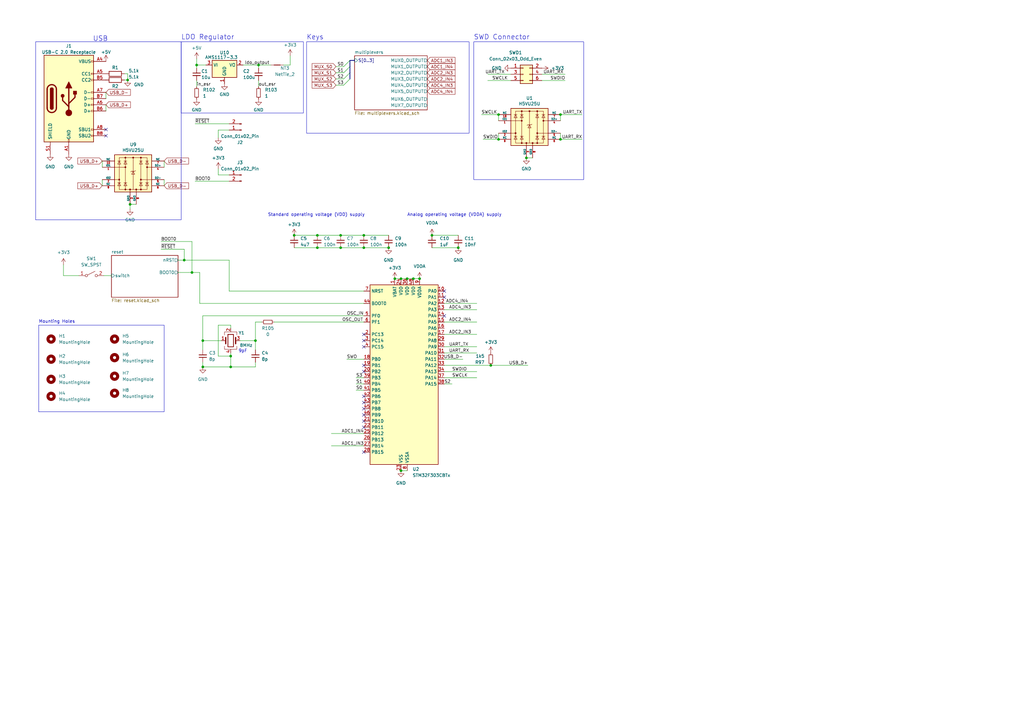
<source format=kicad_sch>
(kicad_sch (version 20231120) (generator "eeschema") (generator_version "8.0")
  (paper "A3")
  (lib_symbols
    (symbol "+3V3_1" (power) (pin_numbers hide) (pin_names (offset 0) hide)
      (property "Value" "+3V3" (at 0 3.556 0))
      (symbol "+3V3_1_0_1"
        (polyline (pts (xy -0.762 1.27) (xy 0 2.54)))
        (polyline (pts (xy 0 0) (xy 0 2.54)))
        (polyline (pts (xy 0 2.54) (xy 0.762 1.27)))
      )
      (symbol "+3V3_1_1_1"
        (pin power_in line (at 0 0 90) (length 0) (name "~") (number "1"))
      )
    )
    (symbol "Connector:Conn_01x02_Pin" (pin_names (offset 1.016) hide)
      (property "Reference" "J" (at 0 2.54 0))
      (property "Value" "Conn_01x02_Pin" (at 0 -5.08 0))
      (symbol "Conn_01x02_Pin_1_1"
        (polyline (pts (xy 1.27 -2.54) (xy 0.8636 -2.54)) (stroke (width 0.1524)))
        (polyline (pts (xy 1.27 0) (xy 0.8636 0)) (stroke (width 0.1524)))
        (rectangle (start 0.8636 -2.413) (end 0 -2.667) (stroke (width 0.1524)) (fill (type outline)))
        (rectangle (start 0.8636 0.127) (end 0 -0.127) (stroke (width 0.1524)) (fill (type outline)))
        (pin passive line (at 5.08 0 180) (length 3.81) (name "Pin_1") (number "1"))
        (pin passive line (at 5.08 -2.54 180) (length 3.81) (name "Pin_2") (number "2"))
      )
    )
    (symbol "Connector:USB_C_Receptacle_USB2.0" (pin_names (offset 1.016))
      (property "Reference" "J" (at -10.16 19.05 0))
      (property "Value" "USB_C_Receptacle_USB2.0" (at 19.05 19.05 0))
      (symbol "USB_C_Receptacle_USB2.0_0_0"
        (rectangle (start -0.254 -17.78) (end 0.254 -16.764))
        (rectangle (start 10.16 -14.986) (end 9.144 -15.494))
        (rectangle (start 10.16 -12.446) (end 9.144 -12.954))
        (rectangle (start 10.16 -4.826) (end 9.144 -5.334))
        (rectangle (start 10.16 -2.286) (end 9.144 -2.794))
        (rectangle (start 10.16 0.254) (end 9.144 -0.254))
        (rectangle (start 10.16 2.794) (end 9.144 2.286))
        (rectangle (start 10.16 7.874) (end 9.144 7.366))
        (rectangle (start 10.16 10.414) (end 9.144 9.906))
        (rectangle (start 10.16 15.494) (end 9.144 14.986))
      )
      (symbol "USB_C_Receptacle_USB2.0_0_1"
        (rectangle (start -10.16 17.78) (end 10.16 -17.78) (stroke (width 0.254)) (fill (type background)))
        (arc (start -8.89 -3.81) (mid -6.985 -5.7067) (end -5.08 -3.81) (stroke (width 0.508)))
        (arc (start -7.62 -3.81) (mid -6.985 -4.4423) (end -6.35 -3.81) (stroke (width 0.254)))
        (arc (start -7.62 -3.81) (mid -6.985 -4.4423) (end -6.35 -3.81) (stroke (width 0.254)) (fill (type outline)))
        (rectangle (start -7.62 -3.81) (end -6.35 3.81) (stroke (width 0.254)) (fill (type outline)))
        (arc (start -6.35 3.81) (mid -6.985 4.4423) (end -7.62 3.81) (stroke (width 0.254)))
        (arc (start -6.35 3.81) (mid -6.985 4.4423) (end -7.62 3.81) (stroke (width 0.254)) (fill (type outline)))
        (arc (start -5.08 3.81) (mid -6.985 5.7067) (end -8.89 3.81) (stroke (width 0.508)))
        (circle (center -2.54 1.143) (radius 0.635) (stroke (width 0.254)) (fill (type outline)))
        (circle (center 0 -5.842) (radius 1.27) (fill (type outline)))
        (polyline (pts (xy -8.89 -3.81) (xy -8.89 3.81)) (stroke (width 0.508)))
        (polyline (pts (xy -5.08 3.81) (xy -5.08 -3.81)) (stroke (width 0.508)))
        (polyline (pts (xy 0 -5.842) (xy 0 4.318)) (stroke (width 0.508)))
        (polyline (pts (xy 0 -3.302) (xy -2.54 -0.762) (xy -2.54 0.508)) (stroke (width 0.508)))
        (polyline (pts (xy 0 -2.032) (xy 2.54 0.508) (xy 2.54 1.778)) (stroke (width 0.508)))
        (polyline (pts (xy -1.27 4.318) (xy 0 6.858) (xy 1.27 4.318) (xy -1.27 4.318)) (stroke (width 0.254)) (fill (type outline)))
        (rectangle (start 1.905 1.778) (end 3.175 3.048) (stroke (width 0.254)) (fill (type outline)))
      )
      (symbol "USB_C_Receptacle_USB2.0_1_1"
        (pin passive line (at 0 -22.86 90) (length 5.08) (name "GND") (number "A1"))
        (pin passive line (at 0 -22.86 90) (length 5.08) hide (name "GND") (number "A12"))
        (pin passive line (at 15.24 15.24 180) (length 5.08) (name "VBUS") (number "A4"))
        (pin bidirectional line (at 15.24 10.16 180) (length 5.08) (name "CC1") (number "A5"))
        (pin bidirectional line (at 15.24 -2.54 180) (length 5.08) (name "D+") (number "A6"))
        (pin bidirectional line (at 15.24 2.54 180) (length 5.08) (name "D-") (number "A7"))
        (pin bidirectional line (at 15.24 -12.7 180) (length 5.08) (name "SBU1") (number "A8"))
        (pin passive line (at 15.24 15.24 180) (length 5.08) hide (name "VBUS") (number "A9"))
        (pin passive line (at 0 -22.86 90) (length 5.08) hide (name "GND") (number "B1"))
        (pin passive line (at 0 -22.86 90) (length 5.08) hide (name "GND") (number "B12"))
        (pin passive line (at 15.24 15.24 180) (length 5.08) hide (name "VBUS") (number "B4"))
        (pin bidirectional line (at 15.24 7.62 180) (length 5.08) (name "CC2") (number "B5"))
        (pin bidirectional line (at 15.24 -5.08 180) (length 5.08) (name "D+") (number "B6"))
        (pin bidirectional line (at 15.24 0 180) (length 5.08) (name "D-") (number "B7"))
        (pin bidirectional line (at 15.24 -15.24 180) (length 5.08) (name "SBU2") (number "B8"))
        (pin passive line (at 15.24 15.24 180) (length 5.08) hide (name "VBUS") (number "B9"))
        (pin passive line (at -7.62 -22.86 90) (length 5.08) (name "SHIELD") (number "S1"))
      )
    )
    (symbol "Connector_Generic:Conn_02x03_Odd_Even" (pin_names (offset 1.016) hide)
      (property "Reference" "J" (at 1.27 5.08 0))
      (property "Value" "Conn_02x03_Odd_Even" (at 1.27 -5.08 0))
      (symbol "Conn_02x03_Odd_Even_1_1"
        (rectangle (start -1.27 -2.413) (end 0 -2.667) (stroke (width 0.1524)))
        (rectangle (start -1.27 0.127) (end 0 -0.127) (stroke (width 0.1524)))
        (rectangle (start -1.27 2.667) (end 0 2.413) (stroke (width 0.1524)))
        (rectangle (start -1.27 3.81) (end 3.81 -3.81) (stroke (width 0.254)) (fill (type background)))
        (rectangle (start 3.81 -2.413) (end 2.54 -2.667) (stroke (width 0.1524)))
        (rectangle (start 3.81 0.127) (end 2.54 -0.127) (stroke (width 0.1524)))
        (rectangle (start 3.81 2.667) (end 2.54 2.413) (stroke (width 0.1524)))
        (pin passive line (at -5.08 2.54 0) (length 3.81) (name "Pin_1") (number "1"))
        (pin passive line (at 7.62 2.54 180) (length 3.81) (name "Pin_2") (number "2"))
        (pin passive line (at -5.08 0 0) (length 3.81) (name "Pin_3") (number "3"))
        (pin passive line (at 7.62 0 180) (length 3.81) (name "Pin_4") (number "4"))
        (pin passive line (at -5.08 -2.54 0) (length 3.81) (name "Pin_5") (number "5"))
        (pin passive line (at 7.62 -2.54 180) (length 3.81) (name "Pin_6") (number "6"))
      )
    )
    (symbol "Device:C_Small" (pin_numbers hide) (pin_names (offset 0.254) hide)
      (property "Reference" "C" (at 0.254 1.778 0))
      (property "Value" "C_Small" (at 0.254 -2.032 0))
      (symbol "C_Small_0_1"
        (polyline (pts (xy -1.524 -0.508) (xy 1.524 -0.508)) (stroke (width 0.3302)))
        (polyline (pts (xy -1.524 0.508) (xy 1.524 0.508)) (stroke (width 0.3048)))
      )
      (symbol "C_Small_1_1"
        (pin passive line (at 0 2.54 270) (length 2.032) (name "~") (number "1"))
        (pin passive line (at 0 -2.54 90) (length 2.032) (name "~") (number "2"))
      )
    )
    (symbol "Device:Crystal_GND24" (pin_names (offset 1.016) hide)
      (property "Reference" "Y" (at 3.175 5.08 0))
      (property "Value" "Crystal_GND24" (at 3.175 3.175 0))
      (symbol "Crystal_GND24_0_1"
        (rectangle (start -1.143 2.54) (end 1.143 -2.54) (stroke (width 0.3048)))
        (polyline (pts (xy -2.54 0) (xy -2.032 0)))
        (polyline (pts (xy -2.032 -1.27) (xy -2.032 1.27)) (stroke (width 0.508)))
        (polyline (pts (xy 0 -3.81) (xy 0 -3.556)))
        (polyline (pts (xy 0 3.556) (xy 0 3.81)))
        (polyline (pts (xy 2.032 -1.27) (xy 2.032 1.27)) (stroke (width 0.508)))
        (polyline (pts (xy 2.032 0) (xy 2.54 0)))
        (polyline (pts (xy -2.54 -2.286) (xy -2.54 -3.556) (xy 2.54 -3.556) (xy 2.54 -2.286)))
        (polyline (pts (xy -2.54 2.286) (xy -2.54 3.556) (xy 2.54 3.556) (xy 2.54 2.286)))
      )
      (symbol "Crystal_GND24_1_1"
        (pin passive line (at -3.81 0 0) (length 1.27) (name "1") (number "1"))
        (pin passive line (at 0 5.08 270) (length 1.27) (name "2") (number "2"))
        (pin passive line (at 3.81 0 180) (length 1.27) (name "3") (number "3"))
        (pin passive line (at 0 -5.08 90) (length 1.27) (name "4") (number "4"))
      )
    )
    (symbol "Device:NetTie_2" (pin_numbers hide) (pin_names (offset 0) hide) (in_bom no)
      (property "Reference" "NT" (at 0 1.27 0))
      (property "Value" "NetTie_2" (at 0 -1.27 0))
      (symbol "NetTie_2_0_1"
        (polyline (pts (xy -1.27 0) (xy 1.27 0)) (stroke (width 0.254)))
      )
      (symbol "NetTie_2_1_1"
        (pin passive line (at -2.54 0 0) (length 2.54) (name "1") (number "1"))
        (pin passive line (at 2.54 0 180) (length 2.54) (name "2") (number "2"))
      )
    )
    (symbol "Device:R" (pin_numbers hide) (pin_names (offset 0))
      (property "Reference" "R" (at 2.032 0 90))
      (property "Value" "R" (at 0 0 90))
      (symbol "R_0_1"
        (rectangle (start -1.016 -2.54) (end 1.016 2.54) (stroke (width 0.254)))
      )
      (symbol "R_1_1"
        (pin passive line (at 0 3.81 270) (length 1.27) (name "~") (number "1"))
        (pin passive line (at 0 -3.81 90) (length 1.27) (name "~") (number "2"))
      )
    )
    (symbol "Device:R_Small" (pin_numbers hide) (pin_names (offset 0.254) hide)
      (property "Reference" "R" (at 0.762 0.508 0))
      (property "Value" "R_Small" (at 0.762 -1.016 0))
      (symbol "R_Small_0_1"
        (rectangle (start -0.762 1.778) (end 0.762 -1.778) (stroke (width 0.2032)))
      )
      (symbol "R_Small_1_1"
        (pin passive line (at 0 2.54 270) (length 0.762) (name "~") (number "1"))
        (pin passive line (at 0 -2.54 90) (length 0.762) (name "~") (number "2"))
      )
    )
    (symbol "MCU_ST_STM32F3:STM32F303CBTx"
      (property "Reference" "U" (at -12.7 39.37 0))
      (property "Value" "STM32F303CBTx" (at 10.16 39.37 0))
      (symbol "STM32F303CBTx_0_1"
        (rectangle (start -12.7 -35.56) (end 15.24 38.1) (stroke (width 0.254)) (fill (type background)))
      )
      (symbol "STM32F303CBTx_1_1"
        (pin power_in line (at -2.54 40.64 270) (length 2.54) (name "VBAT") (number "1"))
        (pin bidirectional line (at 17.78 35.56 180) (length 2.54) (name "PA0") (number "10"))
        (pin bidirectional line (at 17.78 33.02 180) (length 2.54) (name "PA1") (number "11"))
        (pin bidirectional line (at 17.78 30.48 180) (length 2.54) (name "PA2") (number "12"))
        (pin bidirectional line (at 17.78 27.94 180) (length 2.54) (name "PA3") (number "13"))
        (pin bidirectional line (at 17.78 25.4 180) (length 2.54) (name "PA4") (number "14"))
        (pin bidirectional line (at 17.78 22.86 180) (length 2.54) (name "PA5") (number "15"))
        (pin bidirectional line (at 17.78 20.32 180) (length 2.54) (name "PA6") (number "16"))
        (pin bidirectional line (at 17.78 17.78 180) (length 2.54) (name "PA7") (number "17"))
        (pin bidirectional line (at -15.24 7.62 0) (length 2.54) (name "PB0") (number "18"))
        (pin bidirectional line (at -15.24 5.08 0) (length 2.54) (name "PB1") (number "19"))
        (pin bidirectional line (at -15.24 17.78 0) (length 2.54) (name "PC13") (number "2"))
        (pin bidirectional line (at -15.24 2.54 0) (length 2.54) (name "PB2") (number "20"))
        (pin bidirectional line (at -15.24 -17.78 0) (length 2.54) (name "PB10") (number "21"))
        (pin bidirectional line (at -15.24 -20.32 0) (length 2.54) (name "PB11") (number "22"))
        (pin power_in line (at 0 -38.1 90) (length 2.54) (name "VSS") (number "23"))
        (pin power_in line (at 0 40.64 270) (length 2.54) (name "VDD") (number "24"))
        (pin bidirectional line (at -15.24 -22.86 0) (length 2.54) (name "PB12") (number "25"))
        (pin bidirectional line (at -15.24 -25.4 0) (length 2.54) (name "PB13") (number "26"))
        (pin bidirectional line (at -15.24 -27.94 0) (length 2.54) (name "PB14") (number "27"))
        (pin bidirectional line (at -15.24 -30.48 0) (length 2.54) (name "PB15") (number "28"))
        (pin bidirectional line (at 17.78 15.24 180) (length 2.54) (name "PA8") (number "29"))
        (pin bidirectional line (at -15.24 15.24 0) (length 2.54) (name "PC14") (number "3"))
        (pin bidirectional line (at 17.78 12.7 180) (length 2.54) (name "PA9") (number "30"))
        (pin bidirectional line (at 17.78 10.16 180) (length 2.54) (name "PA10") (number "31"))
        (pin bidirectional line (at 17.78 7.62 180) (length 2.54) (name "PA11") (number "32"))
        (pin bidirectional line (at 17.78 5.08 180) (length 2.54) (name "PA12") (number "33"))
        (pin bidirectional line (at 17.78 2.54 180) (length 2.54) (name "PA13") (number "34"))
        (pin passive line (at 0 -38.1 90) (length 2.54) hide (name "VSS") (number "35"))
        (pin power_in line (at 2.54 40.64 270) (length 2.54) (name "VDD") (number "36"))
        (pin bidirectional line (at 17.78 0 180) (length 2.54) (name "PA14") (number "37"))
        (pin bidirectional line (at 17.78 -2.54 180) (length 2.54) (name "PA15") (number "38"))
        (pin bidirectional line (at -15.24 0 0) (length 2.54) (name "PB3") (number "39"))
        (pin bidirectional line (at -15.24 12.7 0) (length 2.54) (name "PC15") (number "4"))
        (pin bidirectional line (at -15.24 -2.54 0) (length 2.54) (name "PB4") (number "40"))
        (pin bidirectional line (at -15.24 -5.08 0) (length 2.54) (name "PB5") (number "41"))
        (pin bidirectional line (at -15.24 -7.62 0) (length 2.54) (name "PB6") (number "42"))
        (pin bidirectional line (at -15.24 -10.16 0) (length 2.54) (name "PB7") (number "43"))
        (pin input line (at -15.24 30.48 0) (length 2.54) (name "BOOT0") (number "44"))
        (pin bidirectional line (at -15.24 -12.7 0) (length 2.54) (name "PB8") (number "45"))
        (pin bidirectional line (at -15.24 -15.24 0) (length 2.54) (name "PB9") (number "46"))
        (pin passive line (at 0 -38.1 90) (length 2.54) hide (name "VSS") (number "47"))
        (pin power_in line (at 5.08 40.64 270) (length 2.54) (name "VDD") (number "48"))
        (pin bidirectional line (at -15.24 25.4 0) (length 2.54) (name "PF0") (number "5"))
        (pin bidirectional line (at -15.24 22.86 0) (length 2.54) (name "PF1") (number "6"))
        (pin input line (at -15.24 35.56 0) (length 2.54) (name "NRST") (number "7"))
        (pin power_in line (at 2.54 -38.1 90) (length 2.54) (name "VSSA") (number "8"))
        (pin power_in line (at 7.62 40.64 270) (length 2.54) (name "VDDA") (number "9"))
      )
    )
    (symbol "Mechanical:MountingHole" (pin_names (offset 1.016))
      (property "Reference" "H" (at 0 5.08 0))
      (property "Value" "MountingHole" (at 0 3.175 0))
      (symbol "MountingHole_0_1"
        (circle (center 0 0) (radius 1.27) (stroke (width 1.27)))
      )
    )
    (symbol "Regulator_Linear:AMS1117-3.3"
      (property "Reference" "U" (at -3.81 3.175 0))
      (property "Value" "AMS1117-3.3" (at 0 3.175 0))
      (symbol "AMS1117-3.3_0_1"
        (rectangle (start -5.08 -5.08) (end 5.08 1.905) (stroke (width 0.254)) (fill (type background)))
      )
      (symbol "AMS1117-3.3_1_1"
        (pin power_in line (at 0 -7.62 90) (length 2.54) (name "GND") (number "1"))
        (pin power_out line (at 7.62 0 180) (length 2.54) (name "VO") (number "2"))
        (pin power_in line (at -7.62 0 0) (length 2.54) (name "VI") (number "3"))
      )
    )
    (symbol "Switch:SW_SPST" (pin_names (offset 0) hide)
      (property "Reference" "SW" (at 0 3.175 0))
      (property "Value" "SW_SPST" (at 0 -2.54 0))
      (symbol "SW_SPST_0_0"
        (circle (center -2.032 0) (radius 0.508))
        (polyline (pts (xy -1.524 0.254) (xy 1.524 1.778)))
        (circle (center 2.032 0) (radius 0.508))
      )
      (symbol "SW_SPST_1_1"
        (pin passive line (at -5.08 0 0) (length 2.54) (name "A") (number "1"))
        (pin passive line (at 5.08 0 180) (length 2.54) (name "B") (number "2"))
      )
    )
    (symbol "Unified-Daughterboard-rescue:TPD4E05U06DQAR-acheronSymbols" (pin_names (offset 0))
      (property "Reference" "U" (at 0 12.7 0))
      (property "Value" "TPD4E05U06DQAR-acheronSymbols" (at 0 10.16 0))
      (symbol "TPD4E05U06DQAR-acheronSymbols_0_0"
        (rectangle (start -5.715 6.477) (end 5.715 -6.604))
        (polyline (pts (xy -3.175 -6.604) (xy -3.175 6.477)))
        (polyline (pts (xy 0 6.477) (xy 0 -6.604)))
        (polyline (pts (xy 3.175 6.477) (xy 3.175 -6.604)))
      )
      (symbol "TPD4E05U06DQAR-acheronSymbols_0_1"
        (rectangle (start -7.62 7.62) (end 7.62 -7.62) (stroke (width 0.254)) (fill (type background)))
        (circle (center -5.715 -2.54) (radius 0.2794) (fill (type outline)))
        (circle (center -3.175 -6.604) (radius 0.2794) (fill (type outline)))
        (circle (center -3.175 2.54) (radius 0.2794) (fill (type outline)))
        (circle (center -3.175 6.477) (radius 0.2794) (fill (type outline)))
        (circle (center -1.27 -6.604) (radius 0.2794) (fill (type outline)))
        (polyline (pts (xy -7.747 2.54) (xy -3.175 2.54)))
        (polyline (pts (xy -7.62 -2.54) (xy -5.715 -2.54)))
        (polyline (pts (xy -5.08 -3.81) (xy -6.35 -3.81)))
        (polyline (pts (xy -5.08 5.08) (xy -6.35 5.08)))
        (polyline (pts (xy -2.54 -3.81) (xy -3.81 -3.81)))
        (polyline (pts (xy -2.54 5.08) (xy -3.81 5.08)))
        (polyline (pts (xy -1.27 -6.604) (xy -1.27 -7.62)))
        (polyline (pts (xy -0.635 0.889) (xy -1.016 0.635)))
        (polyline (pts (xy 0.635 0.889) (xy -0.635 0.889)))
        (polyline (pts (xy 0.635 0.889) (xy 1.016 1.143)))
        (polyline (pts (xy 3.81 -3.81) (xy 2.54 -3.81)))
        (polyline (pts (xy 3.81 5.08) (xy 2.54 5.08)))
        (polyline (pts (xy 6.35 -3.81) (xy 5.08 -3.81)))
        (polyline (pts (xy 6.35 5.08) (xy 5.08 5.08)))
        (polyline (pts (xy 7.62 -2.54) (xy 3.175 -2.54)))
        (polyline (pts (xy 7.62 2.54) (xy 5.715 2.54)))
        (polyline (pts (xy -5.08 -5.08) (xy -6.35 -5.08) (xy -5.715 -3.81) (xy -5.08 -5.08)))
        (polyline (pts (xy -5.08 3.81) (xy -6.35 3.81) (xy -5.715 5.08) (xy -5.08 3.81)))
        (polyline (pts (xy -2.54 -5.08) (xy -3.81 -5.08) (xy -3.175 -3.81) (xy -2.54 -5.08)))
        (polyline (pts (xy -2.54 3.81) (xy -3.81 3.81) (xy -3.175 5.08) (xy -2.54 3.81)))
        (polyline (pts (xy 0.635 -0.381) (xy -0.635 -0.381) (xy 0 0.889) (xy 0.635 -0.381)))
        (polyline (pts (xy 3.81 -5.08) (xy 2.54 -5.08) (xy 3.175 -3.81) (xy 3.81 -5.08)))
        (polyline (pts (xy 3.81 3.81) (xy 2.54 3.81) (xy 3.175 5.08) (xy 3.81 3.81)))
        (polyline (pts (xy 6.35 -5.08) (xy 5.08 -5.08) (xy 5.715 -3.81) (xy 6.35 -5.08)))
        (polyline (pts (xy 6.35 3.81) (xy 5.08 3.81) (xy 5.715 5.08) (xy 6.35 3.81)))
        (circle (center 0 6.477) (radius 0.2794) (fill (type outline)))
        (circle (center 3.175 -6.604) (radius 0.2794) (fill (type outline)))
        (circle (center 3.175 -2.54) (radius 0.2794) (fill (type outline)))
        (circle (center 3.175 6.477) (radius 0.2794) (fill (type outline)))
        (circle (center 5.715 2.54) (radius 0.2794) (fill (type outline)))
      )
      (symbol "TPD4E05U06DQAR-acheronSymbols_1_1"
        (polyline (pts (xy 1.27 -6.604) (xy 1.27 -7.62)))
        (circle (center 1.27 -6.604) (radius 0.2794) (fill (type outline)))
        (pin bidirectional line (at -12.7 2.54 0) (length 5.08) (name "IO1") (number "1"))
        (pin bidirectional line (at -12.7 5.08 0) (length 5.08) (name "NC") (number "10"))
        (pin bidirectional line (at -12.7 -2.54 0) (length 5.08) (name "IO2") (number "2"))
        (pin power_in line (at -1.27 -12.7 90) (length 5.08) (name "GND") (number "3"))
        (pin bidirectional line (at 12.7 2.54 180) (length 5.08) (name "D2+") (number "4"))
        (pin bidirectional line (at 12.7 -2.54 180) (length 5.08) (name "D2-") (number "5"))
        (pin bidirectional line (at 12.7 -5.08 180) (length 5.08) (name "NC") (number "6"))
        (pin bidirectional line (at 12.7 5.08 180) (length 5.08) (name "NC") (number "7"))
        (pin power_in line (at 1.27 -12.7 90) (length 5.08) (name "GND") (number "8"))
        (pin bidirectional line (at -12.7 -5.08 0) (length 5.08) (name "NC") (number "9"))
      )
    )
    (symbol "power:+3V3" (power) (pin_names (offset 0))
      (property "Value" "+3V3" (at 0 3.556 0))
      (symbol "+3V3_0_1"
        (polyline (pts (xy -0.762 1.27) (xy 0 2.54)))
        (polyline (pts (xy 0 0) (xy 0 2.54)))
        (polyline (pts (xy 0 2.54) (xy 0.762 1.27)))
      )
      (symbol "+3V3_1_1"
        (pin power_in line (at 0 0 90) (length 0) hide (name "+3V3") (number "1"))
      )
    )
    (symbol "power:+5V" (power) (pin_names (offset 0))
      (property "Value" "+5V" (at 0 3.556 0))
      (symbol "+5V_0_1"
        (polyline (pts (xy -0.762 1.27) (xy 0 2.54)))
        (polyline (pts (xy 0 0) (xy 0 2.54)))
        (polyline (pts (xy 0 2.54) (xy 0.762 1.27)))
      )
      (symbol "+5V_1_1"
        (pin power_in line (at 0 0 90) (length 0) hide (name "+5V") (number "1"))
      )
    )
    (symbol "power:GND" (power) (pin_names (offset 0))
      (property "Value" "GND" (at 0 -3.81 0))
      (symbol "GND_0_1"
        (polyline (pts (xy 0 0) (xy 0 -1.27) (xy 1.27 -1.27) (xy 0 -2.54) (xy -1.27 -1.27) (xy 0 -1.27)))
      )
      (symbol "GND_1_1"
        (pin power_in line (at 0 0 270) (length 0) hide (name "GND") (number "1"))
      )
    )
    (symbol "power:VDDA" (power) (pin_names (offset 0))
      (property "Value" "VDDA" (at 0 3.81 0))
      (symbol "VDDA_0_1"
        (polyline (pts (xy -0.762 1.27) (xy 0 2.54)))
        (polyline (pts (xy 0 0) (xy 0 2.54)))
        (polyline (pts (xy 0 2.54) (xy 0.762 1.27)))
      )
      (symbol "VDDA_1_1"
        (pin power_in line (at 0 0 90) (length 0) hide (name "VDDA") (number "1"))
      )
    )
  )
  (junction (at 75.565 106.68))
  (junction (at 80.645 26.67))
  (junction (at 94.615 146.05))
  (junction (at 139.7 96.52))
  (junction (at 204.47 46.99))
  (junction (at 215.9 64.77))
  (junction (at 164.465 193.04))
  (junction (at 78.74 111.76))
  (junction (at 164.465 114.3))
  (junction (at 169.545 114.3))
  (junction (at 130.175 96.52))
  (junction (at 139.7 101.6))
  (junction (at 229.87 46.99))
  (junction (at 161.925 114.3))
  (junction (at 204.47 57.15))
  (junction (at 172.085 114.3))
  (junction (at 149.225 101.6))
  (junction (at 104.775 139.7))
  (junction (at 159.385 101.6))
  (junction (at 106.045 26.67))
  (junction (at 187.96 101.6))
  (junction (at 53.34 83.82))
  (junction (at 83.185 139.7))
  (junction (at 177.165 96.52))
  (junction (at 130.175 101.6))
  (junction (at 201.295 149.86))
  (junction (at 167.005 114.3))
  (junction (at 229.87 57.15))
  (junction (at 52.3494 32.8168))
  (junction (at 149.225 96.52))
  (junction (at 120.65 96.52))
  (junction (at 83.185 150.495))
  (junction (at 94.615 150.495))
  (no_connect (at 149.225 139.7))
  (no_connect (at 149.225 137.16))
  (no_connect (at 149.225 185.42))
  (no_connect (at 182.245 121.92))
  (no_connect (at 43.4594 55.6768))
  (no_connect (at 149.225 142.24))
  (no_connect (at 149.225 175.26))
  (no_connect (at 149.225 170.18))
  (no_connect (at 149.225 149.86))
  (no_connect (at 149.225 167.64))
  (no_connect (at 149.225 172.72))
  (no_connect (at 149.225 152.4))
  (no_connect (at 182.245 129.54))
  (no_connect (at 149.225 165.1))
  (no_connect (at 182.245 119.38))
  (no_connect (at 43.4594 53.1368))
  (no_connect (at 149.225 162.56))
  (bus_entry (at 143.51 29.845) (size -2.54 2.54))
  (bus_entry (at 143.51 32.385) (size -2.54 2.54))
  (bus_entry (at 143.51 27.305) (size -2.54 2.54))
  (bus_entry (at 143.51 24.765) (size -2.54 2.54))
  (wire (pts (xy 229.87 54.61) (xy 229.87 57.15)))
  (wire (pts (xy 106.045 27.94) (xy 106.045 26.67)))
  (wire (pts (xy 182.245 147.32) (xy 189.865 147.32)))
  (wire (pts (xy 83.185 143.51) (xy 83.185 139.7)))
  (wire (pts (xy 80.645 35.56) (xy 80.645 33.02)))
  (wire (pts (xy 26.035 113.03) (xy 26.035 108.585)))
  (wire (pts (xy 209.55 30.48) (xy 200.025 30.48)))
  (wire (pts (xy 43.4594 37.8968) (xy 43.4594 40.4368)))
  (wire (pts (xy 140.97 34.925) (xy 137.795 34.925)))
  (wire (pts (xy 140.97 27.305) (xy 137.795 27.305)))
  (wire (pts (xy 231.775 30.48) (xy 222.25 30.48)))
  (wire (pts (xy 81.915 111.76) (xy 81.915 124.46)))
  (wire (pts (xy 197.485 46.99) (xy 204.47 46.99)))
  (wire (pts (xy 118.999 26.67) (xy 118.999 22.86)))
  (wire (pts (xy 182.245 152.4) (xy 195.58 152.4)))
  (wire (pts (xy 182.245 127) (xy 195.58 127)))
  (wire (pts (xy 209.55 33.02) (xy 200.025 33.02)))
  (wire (pts (xy 93.98 119.38) (xy 149.225 119.38)))
  (wire (pts (xy 94.615 133.35) (xy 89.535 133.35)))
  (wire (pts (xy 41.91 66.04) (xy 41.91 68.58)))
  (wire (pts (xy 93.98 106.68) (xy 93.98 119.38)))
  (wire (pts (xy 231.775 33.02) (xy 222.25 33.02)))
  (wire (pts (xy 94.615 134.62) (xy 94.615 133.35)))
  (bus (pts (xy 143.51 29.845) (xy 143.51 32.385)))
  (wire (pts (xy 198.12 57.15) (xy 204.47 57.15)))
  (wire (pts (xy 80.645 24.13) (xy 80.645 26.67)))
  (wire (pts (xy 89.535 146.05) (xy 94.615 146.05)))
  (wire (pts (xy 139.7 96.52) (xy 149.225 96.52)))
  (wire (pts (xy 89.535 71.755) (xy 93.98 71.755)))
  (wire (pts (xy 75.565 102.235) (xy 75.565 106.68)))
  (wire (pts (xy 146.05 154.94) (xy 149.225 154.94)))
  (wire (pts (xy 83.185 139.7) (xy 83.185 129.54)))
  (wire (pts (xy 140.97 29.845) (xy 137.795 29.845)))
  (wire (pts (xy 229.87 57.15) (xy 238.76 57.15)))
  (wire (pts (xy 120.65 101.6) (xy 130.175 101.6)))
  (wire (pts (xy 42.545 113.03) (xy 45.72 113.03)))
  (wire (pts (xy 89.535 53.34) (xy 93.98 53.34)))
  (wire (pts (xy 164.465 193.04) (xy 167.005 193.04)))
  (wire (pts (xy 104.775 143.51) (xy 104.775 139.7)))
  (wire (pts (xy 75.565 106.68) (xy 93.98 106.68)))
  (wire (pts (xy 80.645 26.67) (xy 84.455 26.67)))
  (wire (pts (xy 52.3494 32.8168) (xy 51.0794 32.8168)))
  (wire (pts (xy 106.045 26.67) (xy 111.125 26.67)))
  (wire (pts (xy 149.225 96.52) (xy 159.385 96.52)))
  (wire (pts (xy 80.01 50.8) (xy 93.98 50.8)))
  (bus (pts (xy 143.51 27.305) (xy 143.51 29.845)))
  (wire (pts (xy 67.31 66.04) (xy 67.31 68.58)))
  (wire (pts (xy 80.01 74.295) (xy 93.98 74.295)))
  (wire (pts (xy 89.535 56.515) (xy 89.535 53.34)))
  (wire (pts (xy 89.535 69.215) (xy 89.535 71.755)))
  (wire (pts (xy 80.645 27.94) (xy 80.645 26.67)))
  (wire (pts (xy 229.87 46.99) (xy 238.76 46.99)))
  (wire (pts (xy 169.545 114.3) (xy 172.085 114.3)))
  (wire (pts (xy 182.245 157.48) (xy 185.42 157.48)))
  (wire (pts (xy 81.915 124.46) (xy 149.225 124.46)))
  (wire (pts (xy 140.97 32.385) (xy 137.795 32.385)))
  (wire (pts (xy 204.47 54.61) (xy 204.47 57.15)))
  (wire (pts (xy 78.74 111.76) (xy 78.74 99.06)))
  (wire (pts (xy 52.3494 30.2768) (xy 52.3494 32.8168)))
  (wire (pts (xy 120.65 96.52) (xy 130.175 96.52)))
  (wire (pts (xy 182.245 144.78) (xy 195.58 144.78)))
  (wire (pts (xy 106.045 35.56) (xy 106.045 33.02)))
  (wire (pts (xy 32.385 113.03) (xy 26.035 113.03)))
  (wire (pts (xy 116.205 26.67) (xy 118.999 26.67)))
  (wire (pts (xy 83.185 148.59) (xy 83.185 150.495)))
  (wire (pts (xy 104.775 139.7) (xy 104.775 132.08)))
  (wire (pts (xy 81.915 111.76) (xy 78.74 111.76)))
  (wire (pts (xy 139.7 101.6) (xy 149.225 101.6)))
  (wire (pts (xy 89.535 133.35) (xy 89.535 146.05)))
  (wire (pts (xy 66.04 102.235) (xy 75.565 102.235)))
  (wire (pts (xy 135.89 177.8) (xy 149.225 177.8)))
  (wire (pts (xy 94.615 150.495) (xy 104.775 150.495)))
  (wire (pts (xy 182.245 124.46) (xy 195.58 124.46)))
  (wire (pts (xy 52.3494 30.2768) (xy 51.0794 30.2768)))
  (wire (pts (xy 182.245 132.08) (xy 195.58 132.08)))
  (wire (pts (xy 146.05 160.02) (xy 149.225 160.02)))
  (bus (pts (xy 143.51 24.765) (xy 143.51 27.305)))
  (wire (pts (xy 53.34 83.82) (xy 55.88 83.82)))
  (wire (pts (xy 215.9 64.77) (xy 218.44 64.77)))
  (wire (pts (xy 98.425 139.7) (xy 104.775 139.7)))
  (wire (pts (xy 201.295 149.86) (xy 216.535 149.86)))
  (wire (pts (xy 229.87 46.99) (xy 229.87 49.53)))
  (wire (pts (xy 73.025 106.68) (xy 75.565 106.68)))
  (wire (pts (xy 204.47 46.99) (xy 204.47 49.53)))
  (wire (pts (xy 182.245 149.86) (xy 201.295 149.86)))
  (wire (pts (xy 94.615 146.05) (xy 94.615 144.78)))
  (wire (pts (xy 146.05 157.48) (xy 149.225 157.48)))
  (wire (pts (xy 177.165 96.52) (xy 187.96 96.52)))
  (wire (pts (xy 164.465 114.3) (xy 167.005 114.3)))
  (wire (pts (xy 149.225 101.6) (xy 159.385 101.6)))
  (wire (pts (xy 66.04 99.06) (xy 78.74 99.06)))
  (wire (pts (xy 53.34 83.82) (xy 53.34 85.725)))
  (wire (pts (xy 112.395 132.08) (xy 149.225 132.08)))
  (wire (pts (xy 104.775 132.08) (xy 107.315 132.08)))
  (wire (pts (xy 83.185 150.495) (xy 94.615 150.495)))
  (wire (pts (xy 182.245 154.94) (xy 195.58 154.94)))
  (wire (pts (xy 41.91 73.66) (xy 41.91 76.2)))
  (wire (pts (xy 130.175 101.6) (xy 139.7 101.6)))
  (wire (pts (xy 67.31 73.66) (xy 67.31 76.2)))
  (wire (pts (xy 135.89 182.88) (xy 149.225 182.88)))
  (wire (pts (xy 130.175 96.52) (xy 139.7 96.52)))
  (wire (pts (xy 142.24 147.32) (xy 149.225 147.32)))
  (wire (pts (xy 94.615 146.05) (xy 94.615 150.495)))
  (wire (pts (xy 182.245 137.16) (xy 195.58 137.16)))
  (wire (pts (xy 161.925 114.3) (xy 164.465 114.3)))
  (wire (pts (xy 73.025 111.76) (xy 78.74 111.76)))
  (wire (pts (xy 177.165 101.6) (xy 187.96 101.6)))
  (bus (pts (xy 143.51 24.765) (xy 145.415 24.765)))
  (wire (pts (xy 99.695 26.67) (xy 106.045 26.67)))
  (wire (pts (xy 43.4594 42.9768) (xy 43.4594 45.5168)))
  (wire (pts (xy 182.245 142.24) (xy 195.58 142.24)))
  (wire (pts (xy 83.185 129.54) (xy 149.225 129.54)))
  (wire (pts (xy 167.005 114.3) (xy 169.545 114.3)))
  (wire (pts (xy 104.775 148.59) (xy 104.775 150.495)))
  (wire (pts (xy 83.185 139.7) (xy 90.805 139.7)))
  (rectangle (start 194.31 17.145) (end 239.395 73.66))
  (rectangle (start 14.605 17.145) (end 74.295 90.17))
  (rectangle (start 125.73 17.145) (end 192.405 54.61))
  (rectangle (start 74.295 17.145) (end 124.46 46.355))
  (rectangle (start 15.875 133.35) (end 67.31 168.91))
  (text "Keys" (at 125.73 16.51 0) (effects (font (size 2 2)) (justify left bottom)))
  (text "SWD Connector" (at 194.31 16.51 0) (effects (font (size 2 2)) (justify left bottom)))
  (text "Mounting Holes" (at 15.875 132.715 0) (effects (font (size 1.27 1.27)) (justify left bottom)))
  (text "9pF" (at 97.79 144.78 0) (effects (font (size 1.27 1.27)) (justify left bottom)))
  (text "USB" (at 38.1 17.145 0) (effects (font (size 2 2)) (justify left bottom)))
  (text "Analog operating voltage (VDDA) supply" (at 167.005 88.9 0) (effects (font (size 1.27 1.27)) (justify left bottom)))
  (text "LDO Regulator" (at 74.295 16.51 0) (effects (font (size 2 2)) (justify left bottom)))
  (text "Standard operating voltage (VDD) supply" (at 109.855 88.9 0) (effects (font (size 1.27 1.27)) (justify left bottom)))
  (label "SWCLK" (at 208.28 33.02 180))
  (label "S0" (at 146.05 160.02 0))
  (label "SWCLK" (at 185.42 154.94 0))
  (label "S2" (at 182.245 157.48 0))
  (label "OSC_OUT" (at 140.335 132.08 0))
  (label "ADC4_IN3" (at 184.15 127 0))
  (label "S1" (at 140.97 29.845 180))
  (label "USB_D+" (at 216.535 149.86 180))
  (label "SWDIO" (at 185.42 152.4 0))
  (label "UART_TX" (at 184.15 142.24 0))
  (label "ADC2_IN3" (at 184.15 137.16 0))
  (label "BOOT0" (at 66.04 99.06 0))
  (label "S0" (at 140.97 27.305 180))
  (label "ldo_output" (at 100.33 26.67 0))
  (label "SWCLK" (at 197.485 46.99 0))
  (label "SWDIO" (at 231.775 33.02 180))
  (label "BOOT0" (at 80.01 74.295 0))
  (label "SWO" (at 142.24 147.32 0))
  (label "ADC1_IN4" (at 149.225 177.8 180))
  (label "UART_RX" (at 184.15 144.78 0))
  (label "S3" (at 146.05 154.94 0))
  (label "ADC2_IN4" (at 184.15 132.08 0))
  (label "ADC1_IN3" (at 149.225 182.88 180))
  (label "UART_TX" (at 207.01 30.48 180))
  (label "S2" (at 140.97 32.385 180))
  (label "in_esr" (at 80.645 35.56 0))
  (label "S1" (at 146.05 157.48 0))
  (label "UART_RX" (at 231.14 30.48 180))
  (label "ADC4_IN4" (at 182.88 124.46 0))
  (label "SWDIO" (at 198.12 57.15 0))
  (label "OSC_IN" (at 142.24 129.54 0))
  (label "~{RESET}" (at 66.04 102.235 0))
  (label "USB_D-" (at 189.865 147.32 180))
  (label "~{RESET}" (at 80.01 50.8 0))
  (label "UART_TX" (at 238.76 46.99 180))
  (label "out_esr" (at 106.045 35.56 0))
  (label "S3" (at 140.97 34.925 180))
  (label "UART_RX" (at 238.76 57.15 180))
  (global_label "MUX_S3" (shape input) (at 137.795 34.925 180) (property "Intersheetrefs" "${INTERSHEET_REFS}" (effects (hide yes))))
  (global_label "ADC2_IN4" (shape input) (at 175.26 32.385 0) (property "Intersheetrefs" "${INTERSHEET_REFS}" (effects (hide yes))))
  (global_label "ADC4_IN4" (shape input) (at 175.26 37.465 0) (property "Intersheetrefs" "${INTERSHEET_REFS}" (effects (hide yes))))
  (global_label "USB_D+" (shape input) (at 41.91 66.04 180) (property "Intersheetrefs" "${INTERSHEET_REFS}" (effects (hide yes))))
  (global_label "MUX_S1" (shape input) (at 137.795 29.845 180) (property "Intersheetrefs" "${INTERSHEET_REFS}" (effects (hide yes))))
  (global_label "ADC2_IN3" (shape input) (at 175.26 29.845 0) (property "Intersheetrefs" "${INTERSHEET_REFS}" (effects (hide yes))))
  (global_label "ADC4_IN3" (shape input) (at 175.26 34.925 0) (property "Intersheetrefs" "${INTERSHEET_REFS}" (effects (hide yes))))
  (global_label "USB_D-" (shape input) (at 43.4594 37.8968 0) (property "Intersheetrefs" "${INTERSHEET_REFS}" (effects (hide yes))))
  (global_label "USB_D-" (shape input) (at 67.31 76.2 0) (property "Intersheetrefs" "${INTERSHEET_REFS}" (effects (hide yes))))
  (global_label "MUX_S0" (shape input) (at 137.795 27.305 180) (property "Intersheetrefs" "${INTERSHEET_REFS}" (effects (hide yes))))
  (global_label "USB_D+" (shape input) (at 43.4594 42.9768 0) (property "Intersheetrefs" "${INTERSHEET_REFS}" (effects (hide yes))))
  (global_label "ADC1_IN4" (shape input) (at 175.26 27.305 0) (property "Intersheetrefs" "${INTERSHEET_REFS}" (effects (hide yes))))
  (global_label "ADC1_IN3" (shape input) (at 175.26 24.765 0) (property "Intersheetrefs" "${INTERSHEET_REFS}" (effects (hide yes))))
  (global_label "USB_D+" (shape input) (at 41.91 76.2 180) (property "Intersheetrefs" "${INTERSHEET_REFS}" (effects (hide yes))))
  (global_label "MUX_S2" (shape input) (at 137.795 32.385 180) (property "Intersheetrefs" "${INTERSHEET_REFS}" (effects (hide yes))))
  (global_label "USB_D-" (shape input) (at 67.31 66.04 0) (property "Intersheetrefs" "${INTERSHEET_REFS}" (effects (hide yes))))
  (symbol (lib_id "Device:R") (at 47.2694 32.8168 270) (unit 1)
    (property "Reference" "R2" (at 47.2694 35.3568 90))
    (property "Value" "5.1k" (at 54.8894 31.5468 90))
    (property "Footprint" "Resistor_SMD:R_0402_1005Metric" (effects (hide yes)))
    (property "Datasheet" "https://datasheet.lcsc.com/lcsc/2206010045_UNI-ROYAL-Uniroyal-Elec-0402WGF5101TCE_C25905.pdf" (effects (hide yes)))
    (property "LCSC" "C25905" (effects (hide yes)))
  )
  (symbol (lib_id "power:VDDA") (at 177.165 96.52 0) (unit 1)
    (property "Reference" "#PWR06" (effects (hide yes)))
    (property "Value" "VDDA" (at 177.165 91.44 0))
  )
  (symbol (lib_id "power:+5V") (at 80.645 24.13 0) (unit 1)
    (property "Reference" "#PWR0398" (effects (hide yes)))
    (property "Value" "+5V" (at 80.645 19.685 0))
  )
  (symbol (lib_id "power:+3V3") (at 118.999 22.86 0) (unit 1)
    (property "Reference" "#PWR0397" (effects (hide yes)))
    (property "Value" "+3V3" (at 118.999 18.415 0))
  )
  (symbol (lib_id "Mechanical:MountingHole") (at 20.955 162.56 0) (unit 1)
    (property "Reference" "H4" (at 24.13 161.29 0) (effects (justify left)))
    (property "Value" "MountingHole" (at 24.13 163.83 0) (effects (justify left)))
    (property "Footprint" "MountingHole:MountingHole_2.2mm_M2_Pad" (effects (hide yes)))
  )
  (symbol (lib_id "Device:C_Small") (at 130.175 99.06 0) (unit 1)
    (property "Reference" "C6" (at 132.715 97.7963 0) (effects (justify left)))
    (property "Value" "100n" (at 132.715 100.3363 0) (effects (justify left)))
    (property "Footprint" "Capacitor_SMD:C_0402_1005Metric" (effects (hide yes)))
  )
  (symbol (lib_id "power:GND") (at 89.535 56.515 0) (unit 1)
    (property "Reference" "#PWR0393" (effects (hide yes)))
    (property "Value" "GND" (at 89.535 60.96 0))
  )
  (symbol (lib_id "Device:R_Small") (at 201.295 147.32 180) (unit 1)
    (property "Reference" "R97" (at 198.755 148.59 0) (effects (justify left)))
    (property "Value" "1k5" (at 198.755 146.05 0) (effects (justify left)))
    (property "Footprint" "Resistor_SMD:R_0402_1005Metric" (effects (hide yes)))
  )
  (symbol (lib_id "Connector:Conn_01x02_Pin") (at 99.06 71.755 0) (mirror y) (unit 1)
    (property "Reference" "J3" (at 98.425 66.675 0))
    (property "Value" "Conn_01x02_Pin" (at 98.425 69.215 0))
    (property "Footprint" "Connector_PinHeader_2.54mm:PinHeader_1x02_P2.54mm_Vertical" (effects (hide yes)))
  )
  (symbol (lib_id "power:GND") (at 83.185 150.495 0) (unit 1)
    (property "Reference" "#PWR02" (effects (hide yes)))
    (property "Value" "GND" (at 83.185 155.575 0))
  )
  (symbol (lib_id "Device:R") (at 47.2694 30.2768 270) (unit 1)
    (property "Reference" "R1" (at 47.2694 27.7368 90))
    (property "Value" "5.1k" (at 54.8894 29.0068 90))
    (property "Footprint" "Resistor_SMD:R_0402_1005Metric" (effects (hide yes)))
    (property "Datasheet" "https://datasheet.lcsc.com/lcsc/2206010045_UNI-ROYAL-Uniroyal-Elec-0402WGF5101TCE_C25905.pdf" (effects (hide yes)))
    (property "LCSC Part" "C25905" (effects (hide yes)))
    (property "LCSC" "C25905" (effects (hide yes)))
  )
  (symbol (lib_id "power:GND") (at 52.3494 32.8168 0) (unit 1)
    (property "Reference" "#PWR07" (effects (hide yes)))
    (property "Value" "GND" (at 54.8894 34.7218 0) (effects (justify left)))
  )
  (symbol (lib_id "Device:C_Small") (at 187.96 99.06 0) (unit 1)
    (property "Reference" "C11" (at 190.5 97.7963 0) (effects (justify left)))
    (property "Value" "10nF" (at 190.5 100.3363 0) (effects (justify left)))
    (property "Footprint" "Capacitor_SMD:C_0402_1005Metric" (effects (hide yes)))
  )
  (symbol (lib_id "power:GND") (at 209.55 27.94 270) (unit 1)
    (property "Reference" "#PWR016" (effects (hide yes)))
    (property "Value" "GND" (at 205.74 27.94 90) (effects (justify right)))
  )
  (symbol (lib_id "power:+3V3") (at 120.65 96.52 0) (unit 1)
    (property "Reference" "#PWR04" (effects (hide yes)))
    (property "Value" "+3V3" (at 120.65 92.075 0))
  )
  (symbol (lib_id "Mechanical:MountingHole") (at 46.99 154.305 0) (unit 1)
    (property "Reference" "H7" (at 50.165 153.035 0) (effects (justify left)))
    (property "Value" "MountingHole" (at 50.165 155.575 0) (effects (justify left)))
    (property "Footprint" "MountingHole:MountingHole_2.2mm_M2_Pad" (effects (hide yes)))
  )
  (symbol (lib_id "Mechanical:MountingHole") (at 46.99 146.685 0) (unit 1)
    (property "Reference" "H6" (at 50.165 145.415 0) (effects (justify left)))
    (property "Value" "MountingHole" (at 50.165 147.955 0) (effects (justify left)))
    (property "Footprint" "MountingHole:MountingHole_2.2mm_M2_Pad" (effects (hide yes)))
  )
  (symbol (lib_id "Device:C_Small") (at 80.645 30.48 0) (unit 1)
    (property "Reference" "C1" (at 82.55 29.21 0) (effects (justify left)))
    (property "Value" "10u" (at 82.55 31.75 0) (effects (justify left)))
    (property "Footprint" "Capacitor_SMD:C_1206_3216Metric" (effects (hide yes)))
  )
  (symbol (lib_id "power:+3V3") (at 201.295 144.78 0) (unit 1)
    (property "Reference" "#PWR015" (effects (hide yes)))
    (property "Value" "+3V3" (at 201.295 140.335 0))
  )
  (symbol (lib_id "power:GND") (at 80.645 40.64 0) (unit 1)
    (property "Reference" "#PWR0400" (effects (hide yes)))
    (property "Value" "GND" (at 80.645 45.085 0))
  )
  (symbol (lib_id "MCU_ST_STM32F3:STM32F303CBTx") (at 164.465 154.94 0) (unit 1)
    (property "Reference" "U2" (at 169.1991 192.405 0) (effects (justify left)))
    (property "Value" "STM32F303CBTx" (at 169.1991 194.945 0) (effects (justify left)))
    (property "Footprint" "Package_QFP:LQFP-48_7x7mm_P0.5mm" (effects (hide yes)))
    (property "Datasheet" "https://www.st.com/resource/en/datasheet/stm32f303cb.pdf" (effects (hide yes)))
  )
  (symbol (lib_id "Mechanical:MountingHole") (at 20.955 139.065 0) (unit 1)
    (property "Reference" "H1" (at 24.13 137.795 0) (effects (justify left)))
    (property "Value" "MountingHole" (at 24.13 140.335 0) (effects (justify left)))
    (property "Footprint" "MountingHole:MountingHole_2.2mm_M2_Pad" (effects (hide yes)))
  )
  (symbol (lib_id "power:GND") (at 159.385 101.6 0) (unit 1)
    (property "Reference" "#PWR05" (effects (hide yes)))
    (property "Value" "GND" (at 159.385 106.68 0))
  )
  (symbol (lib_id "power:+3V3") (at 26.035 108.585 0) (unit 1)
    (property "Reference" "#PWR017" (effects (hide yes)))
    (property "Value" "+3V3" (at 26.035 103.505 0))
  )
  (symbol (lib_id "Device:C_Small") (at 106.045 30.48 0) (unit 1)
    (property "Reference" "C2" (at 99.695 29.21 0) (effects (justify left)))
    (property "Value" "100u" (at 99.695 31.75 0) (effects (justify left)))
    (property "Footprint" "Capacitor_SMD:C_1206_3216Metric" (effects (hide yes)))
  )
  (symbol (lib_id "Device:C_Small") (at 120.65 99.06 0) (unit 1)
    (property "Reference" "C5" (at 123.19 97.7963 0) (effects (justify left)))
    (property "Value" "4u7" (at 123.19 100.3363 0) (effects (justify left)))
    (property "Footprint" "Capacitor_SMD:C_0402_1005Metric" (effects (hide yes)))
  )
  (symbol (lib_id "Mechanical:MountingHole") (at 20.955 147.32 0) (unit 1)
    (property "Reference" "H2" (at 24.13 146.05 0) (effects (justify left)))
    (property "Value" "MountingHole" (at 24.13 148.59 0) (effects (justify left)))
    (property "Footprint" "MountingHole:MountingHole_2.2mm_M2_Pad" (effects (hide yes)))
  )
  (symbol (lib_id "Device:C_Small") (at 177.165 99.06 0) (unit 1)
    (property "Reference" "C10" (at 180.34 97.7963 0) (effects (justify left)))
    (property "Value" "1uF" (at 180.34 100.3363 0) (effects (justify left)))
    (property "Footprint" "Capacitor_SMD:C_0402_1005Metric" (effects (hide yes)))
  )
  (symbol (lib_id "Device:R_Small") (at 80.645 38.1 0) (unit 1)
    (property "Reference" "R102" (at 83.185 36.83 0) (effects (justify left)))
    (property "Value" "1" (at 83.185 39.37 0) (effects (justify left)))
    (property "Footprint" "Resistor_SMD:R_1206_3216Metric" (effects (hide yes)))
  )
  (symbol (lib_id "Regulator_Linear:AMS1117-3.3") (at 92.075 26.67 0) (unit 1)
    (property "Reference" "U10" (at 92.075 21.59 0))
    (property "Value" "AMS1117-3.3" (at 90.805 23.495 0))
    (property "Footprint" "Package_TO_SOT_SMD:SOT-223-3_TabPin2" (effects (hide yes)))
    (property "Datasheet" "http://www.advanced-monolithic.com/pdf/ds1117.pdf" (effects (hide yes)))
  )
  (symbol (lib_id "Mechanical:MountingHole") (at 46.99 139.065 0) (unit 1)
    (property "Reference" "H5" (at 50.165 137.795 0) (effects (justify left)))
    (property "Value" "MountingHole" (at 50.165 140.335 0) (effects (justify left)))
    (property "Footprint" "MountingHole:MountingHole_2.2mm_M2_Pad" (effects (hide yes)))
  )
  (symbol (lib_id "power:GND") (at 28.2194 63.2968 0) (unit 1)
    (property "Reference" "#PWR010" (effects (hide yes)))
    (property "Value" "GND" (at 28.2194 68.3768 0))
  )
  (symbol (lib_id "power:GND") (at 215.9 64.77 0) (unit 1)
    (property "Reference" "#PWR01" (effects (hide yes)))
    (property "Value" "GND" (at 215.9 69.215 0))
  )
  (symbol (lib_id "Device:Crystal_GND24") (at 94.615 139.7 0) (unit 1)
    (property "Reference" "Y1" (at 99.06 136.525 0))
    (property "Value" "8MHz" (at 100.965 141.605 0))
    (property "Footprint" "Crystal:Crystal_SMD_3225-4Pin_3.2x2.5mm" (effects (hide yes)))
    (property "Datasheet" "https://datasheet.lcsc.com/lcsc/2304140030_YXC-X322516MLB4SI_C13738.pdf" (effects (hide yes)))
  )
  (symbol (lib_id "Device:R_Small") (at 106.045 38.1 0) (unit 1)
    (property "Reference" "R103" (at 108.585 36.83 0) (effects (justify left)))
    (property "Value" "1" (at 108.585 39.37 0) (effects (justify left)))
    (property "Footprint" "Resistor_SMD:R_1206_3216Metric" (effects (hide yes)))
  )
  (symbol (lib_id "Connector_Generic:Conn_02x03_Odd_Even") (at 214.63 30.48 0) (unit 1)
    (property "Reference" "SWD1" (at 211.455 21.59 0))
    (property "Value" "Conn_02x03_Odd_Even" (at 211.455 24.13 0))
    (property "Footprint" "Connector_PinHeader_2.54mm:PinHeader_2x03_P2.54mm_Vertical" (effects (hide yes)))
  )
  (symbol (lib_id "Device:C_Small") (at 83.185 146.05 180) (unit 1)
    (property "Reference" "C3" (at 85.725 144.7736 0) (effects (justify right)))
    (property "Value" "8p" (at 85.725 147.3136 0) (effects (justify right)))
    (property "Footprint" "Capacitor_SMD:C_0402_1005Metric" (effects (hide yes)))
  )
  (symbol (lib_id "Device:C_Small") (at 149.225 99.06 0) (unit 1)
    (property "Reference" "C8" (at 151.765 97.7963 0) (effects (justify left)))
    (property "Value" "100n" (at 151.765 100.3363 0) (effects (justify left)))
    (property "Footprint" "Capacitor_SMD:C_0402_1005Metric" (effects (hide yes)))
  )
  (symbol (lib_id "power:+5V") (at 43.4594 25.1968 0) (unit 1)
    (property "Reference" "#PWR03" (effects (hide yes)))
    (property "Value" "+5V" (at 43.4594 21.3868 0))
  )
  (symbol (lib_id "power:+3V3") (at 161.925 114.3 0) (unit 1)
    (property "Reference" "#PWR018" (effects (hide yes)))
    (property "Value" "+3V3" (at 161.925 109.855 0))
  )
  (symbol (lib_id "Device:C_Small") (at 104.775 146.05 180) (unit 1)
    (property "Reference" "C4" (at 107.315 144.7736 0) (effects (justify right)))
    (property "Value" "8p" (at 107.315 147.3136 0) (effects (justify right)))
    (property "Footprint" "Capacitor_SMD:C_0402_1005Metric" (effects (hide yes)))
  )
  (symbol (lib_id "power:GND") (at 164.465 193.04 0) (unit 1)
    (property "Reference" "#PWR020" (effects (hide yes)))
    (property "Value" "GND" (at 164.465 198.12 0))
  )
  (symbol (lib_name "+3V3_1") (lib_id "power:+3V3") (at 222.25 27.94 270) (unit 1)
    (property "Reference" "#PWR0391" (effects (hide yes)))
    (property "Value" "+3V3" (at 226.06 27.9399 90) (effects (justify left)))
    (property "Description" "Power symbol creates a global label with name \"+3V3\"" (effects (hide yes)))
  )
  (symbol (lib_id "power:GND") (at 53.34 85.725 0) (unit 1)
    (property "Reference" "#PWR019" (effects (hide yes)))
    (property "Value" "GND" (at 53.34 90.17 0))
  )
  (symbol (lib_id "power:GND") (at 106.045 40.64 0) (unit 1)
    (property "Reference" "#PWR0401" (effects (hide yes)))
    (property "Value" "GND" (at 106.045 45.085 0))
  )
  (symbol (lib_id "Connector:Conn_01x02_Pin") (at 99.06 53.34 180) (unit 1)
    (property "Reference" "J2" (at 98.425 58.42 0))
    (property "Value" "Conn_01x02_Pin" (at 98.425 55.88 0))
    (property "Footprint" "Connector_PinHeader_2.54mm:PinHeader_1x02_P2.54mm_Vertical" (effects (hide yes)))
  )
  (symbol (lib_id "Connector:USB_C_Receptacle_USB2.0") (at 28.2194 40.4368 0) (unit 1)
    (property "Reference" "J1" (at 28.2194 18.8468 0))
    (property "Value" "USB-C 2.0 Receptacle" (at 28.2194 21.3868 0))
    (property "Footprint" "PCM_marbastlib-various:USB_C_Receptacle_HRO_TYPE-C-31-M-12" (effects (hide yes)))
    (property "Datasheet" "https://datasheet.lcsc.com/lcsc/2205251630_Korean-Hroparts-Elec-TYPE-C-31-M-12_C165948.pdf" (effects (hide yes)))
    (property "LCSC Part" "C165948" (effects (hide yes)))
    (property "LCSC" "C165948" (effects (hide yes)))
  )
  (symbol (lib_id "power:GND") (at 20.5994 63.2968 0) (unit 1)
    (property "Reference" "#PWR09" (effects (hide yes)))
    (property "Value" "GND" (at 20.5994 68.3768 0))
  )
  (symbol (lib_id "Switch:SW_SPST") (at 37.465 113.03 0) (unit 1)
    (property "Reference" "SW1" (at 37.465 106.045 0))
    (property "Value" "SW_SPST" (at 37.465 108.585 0))
    (property "Footprint" "Button_Switch_SMD:SW_SPST_TL3342" (effects (hide yes)))
  )
  (symbol (lib_id "power:GND") (at 92.075 34.29 0) (unit 1)
    (property "Reference" "#PWR0399" (effects (hide yes)))
    (property "Value" "GND" (at 92.075 38.735 0))
  )
  (symbol (lib_id "Device:R_Small") (at 109.855 132.08 270) (unit 1)
    (property "Reference" "R105" (at 109.855 134.62 90))
    (property "Value" "0" (at 109.855 137.16 90))
    (property "Footprint" "Resistor_SMD:R_0603_1608Metric_Pad0.98x0.95mm_HandSolder" (effects (hide yes)))
  )
  (symbol (lib_id "Unified-Daughterboard-rescue:TPD4E05U06DQAR-acheronSymbols") (at 54.61 71.12 0) (unit 1)
    (property "Reference" "U9" (at 54.61 59.2836 0))
    (property "Value" "H5VU25U" (at 54.61 61.595 0))
    (property "Footprint" "Arius80-HE:DFN2510" (effects (hide yes)))
    (property "Manufacturer" "Texas Instruments" (effects (hide yes)))
    (property "Manufacturer Part Number" "TPD4E05U06DQAR" (effects (hide yes)))
    (property "Package" "uSON-10" (effects (hide yes)))
    (property "LCSC Part Number" "C138714" (effects (hide yes)))
  )
  (symbol (lib_id "Unified-Daughterboard-rescue:TPD4E05U06DQAR-acheronSymbols") (at 217.17 52.07 0) (unit 1)
    (property "Reference" "U1" (at 217.17 40.2336 0))
    (property "Value" "H5VU25U" (at 217.17 42.545 0))
    (property "Footprint" "Arius80-HE:DFN2510" (effects (hide yes)))
    (property "Manufacturer" "Texas Instruments" (effects (hide yes)))
    (property "Manufacturer Part Number" "TPD4E05U06DQAR" (effects (hide yes)))
    (property "Package" "uSON-10" (effects (hide yes)))
    (property "LCSC Part Number" "C138714" (effects (hide yes)))
  )
  (symbol (lib_id "power:GND") (at 187.96 101.6 0) (unit 1)
    (property "Reference" "#PWR08" (effects (hide yes)))
    (property "Value" "GND" (at 187.96 106.68 0))
  )
  (symbol (lib_id "Mechanical:MountingHole") (at 20.955 155.575 0) (unit 1)
    (property "Reference" "H3" (at 24.13 154.305 0) (effects (justify left)))
    (property "Value" "MountingHole" (at 24.13 156.845 0) (effects (justify left)))
    (property "Footprint" "MountingHole:MountingHole_2.2mm_M2_Pad" (effects (hide yes)))
  )
  (symbol (lib_id "power:VDDA") (at 172.085 114.3 0) (unit 1)
    (property "Reference" "#PWR014" (effects (hide yes)))
    (property "Value" "VDDA" (at 172.085 109.22 0))
  )
  (symbol (lib_id "power:+3V3") (at 89.535 69.215 0) (mirror y) (unit 1)
    (property "Reference" "#PWR0394" (effects (hide yes)))
    (property "Value" "+3V3" (at 89.535 64.77 0))
  )
  (symbol (lib_id "Device:C_Small") (at 159.385 99.06 0) (unit 1)
    (property "Reference" "C9" (at 161.925 97.7963 0) (effects (justify left)))
    (property "Value" "100n" (at 161.925 100.3363 0) (effects (justify left)))
    (property "Footprint" "Capacitor_SMD:C_0402_1005Metric" (effects (hide yes)))
  )
  (symbol (lib_id "Device:C_Small") (at 139.7 99.06 0) (unit 1)
    (property "Reference" "C7" (at 142.24 97.7963 0) (effects (justify left)))
    (property "Value" "100n" (at 142.24 100.3363 0) (effects (justify left)))
    (property "Footprint" "Capacitor_SMD:C_0402_1005Metric" (effects (hide yes)))
  )
  (symbol (lib_id "Mechanical:MountingHole") (at 46.99 161.29 0) (unit 1)
    (property "Reference" "H8" (at 50.165 160.02 0) (effects (justify left)))
    (property "Value" "MountingHole" (at 50.165 162.56 0) (effects (justify left)))
    (property "Footprint" "MountingHole:MountingHole_2.2mm_M2_Pad" (effects (hide yes)))
  )
  (symbol (lib_id "Device:NetTie_2") (at 113.665 26.67 0) (unit 1) (in_bom no)
    (property "Reference" "NT3" (at 116.84 27.94 0))
    (property "Value" "NetTie_2" (at 116.84 30.48 0))
    (property "Footprint" "NetTie:NetTie-2_SMD_Pad0.5mm" (effects (hide yes)))
  )
  (sheet (at 45.72 104.775) (size 27.305 17.145) (stroke (width 0.1524))
    (property "Sheetname" "reset" (at 45.72 104.0634 0) (effects (justify left bottom)))
    (property "Sheetfile" "reset.kicad_sch" (at 45.72 122.5046 0) (effects (justify left top)))
    (pin "nRST" output (at 73.025 106.68 0))
    (pin "BOOT0" output (at 73.025 111.76 0))
    (pin "switch" input (at 45.72 113.03 180))
  )
  (sheet (at 145.415 22.86) (size 29.845 22.225) (stroke (width 0.1524))
    (property "Sheetname" "multiplexers" (at 145.415 22.1484 0) (effects (justify left bottom)))
    (property "Sheetfile" "multiplexers.kicad_sch" (at 145.415 45.6696 0) (effects (justify left top)))
    (pin "MUX4_OUTPUT" output (at 175.26 34.925 0))
    (pin "S[0..3]" input (at 145.415 24.765 180))
    (pin "MUX3_OUTPUT" output (at 175.26 32.385 0))
    (pin "MUX2_OUTPUT" output (at 175.26 29.845 0))
    (pin "MUX5_OUTPUT" output (at 175.26 37.465 0))
    (pin "MUX1_OUTPUT" output (at 175.26 27.305 0))
    (pin "MUX0_OUTPUT" output (at 175.26 24.765 0))
    (pin "MUX7_OUTPUT" output (at 175.26 43.18 0))
    (pin "MUX6_OUTPUT" output (at 175.26 40.64 0))
  )
)
</source>
